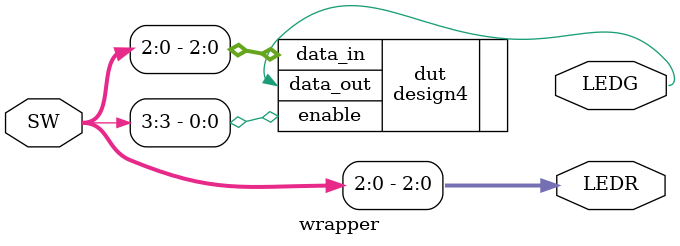
<source format=sv>
module wrapper (
  input logic [3:0] SW,
  output logic [2:0] LEDR,
  output logic [0:0] LEDG
);

design4 dut (
  .enable (SW[3]),
  .data_in (SW[2:0]),
  .data_out (LEDG[0])
  );

assign LEDR = SW;

endmodule: wrapper

</source>
